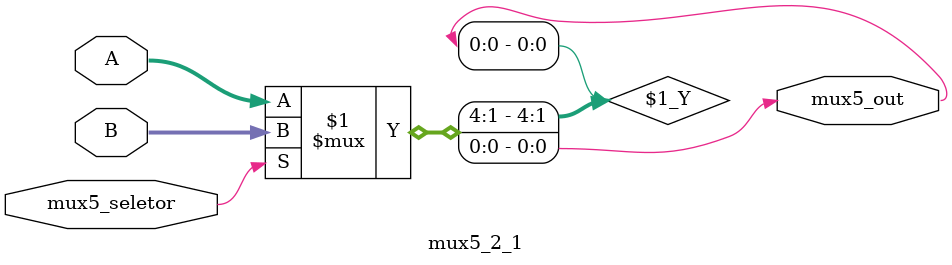
<source format=sv>
module  mux5_2_1 (
	input  logic  [4:0] A, 
	input  logic  [4:0] B,
	input  logic  mux5_seletor, 
	output logic  mux5_out
);

assign mux5_out = (mux5_seletor) ? B : A;

endmodule 
</source>
